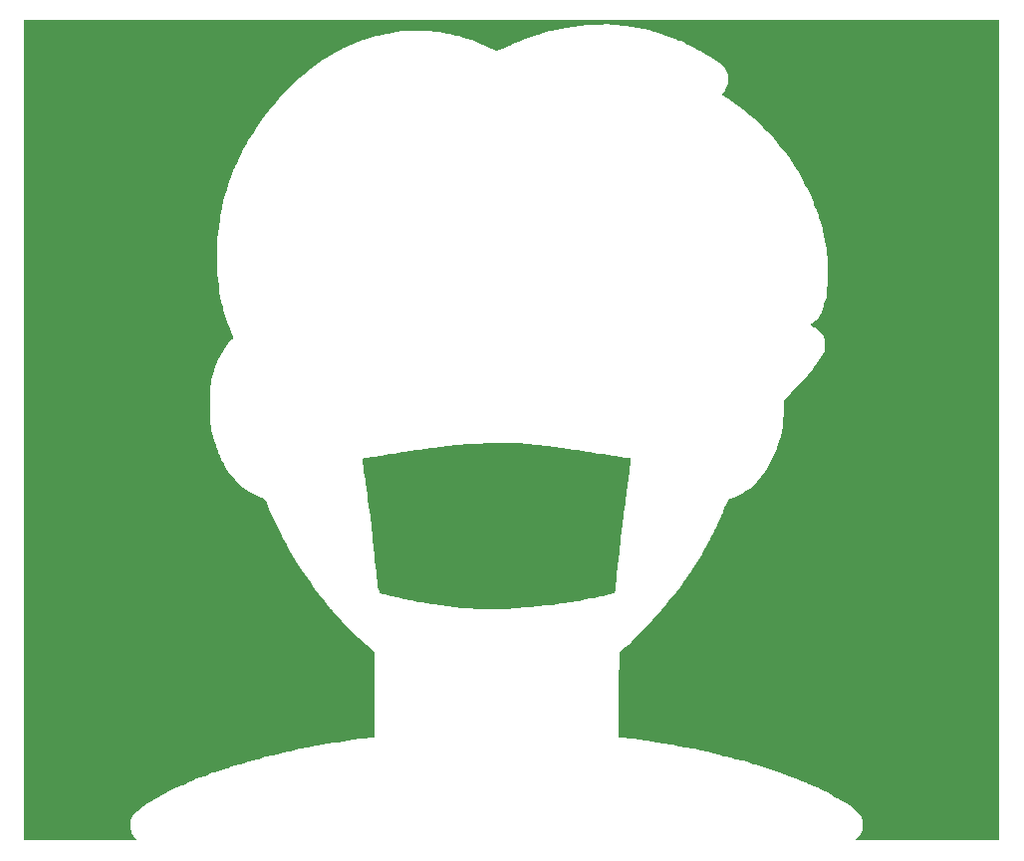
<source format=gts>
G04 #@! TF.GenerationSoftware,KiCad,Pcbnew,6.0.10-86aedd382b~118~ubuntu22.04.1*
G04 #@! TF.CreationDate,2023-01-25T08:31:52-08:00*
G04 #@! TF.ProjectId,covid-dude,636f7669-642d-4647-9564-652e6b696361,rev?*
G04 #@! TF.SameCoordinates,Original*
G04 #@! TF.FileFunction,Soldermask,Top*
G04 #@! TF.FilePolarity,Negative*
%FSLAX46Y46*%
G04 Gerber Fmt 4.6, Leading zero omitted, Abs format (unit mm)*
G04 Created by KiCad (PCBNEW 6.0.10-86aedd382b~118~ubuntu22.04.1) date 2023-01-25 08:31:52*
%MOMM*%
%LPD*%
G01*
G04 APERTURE LIST*
G04 APERTURE END LIST*
G04 #@! TO.C,G\u002A\u002A\u002A*
G36*
X141465924Y-134882667D02*
G01*
X129169959Y-134882667D01*
X129431187Y-134632923D01*
X129664181Y-134336049D01*
X129811222Y-133988171D01*
X129871297Y-133612862D01*
X129843392Y-133233692D01*
X129726491Y-132874233D01*
X129520412Y-132559001D01*
X129327726Y-132367675D01*
X129069543Y-132149980D01*
X128774134Y-131926167D01*
X128469770Y-131716488D01*
X128184723Y-131541197D01*
X127947263Y-131420546D01*
X127910475Y-131405705D01*
X127729292Y-131322784D01*
X127503611Y-131200322D01*
X127281101Y-131064251D01*
X127273040Y-131058957D01*
X126883999Y-130825304D01*
X126443616Y-130597436D01*
X126003678Y-130400961D01*
X125743233Y-130302474D01*
X125528098Y-130219149D01*
X125321748Y-130124400D01*
X125234102Y-130077049D01*
X125008168Y-129958319D01*
X124694366Y-129815244D01*
X124313234Y-129655783D01*
X123885314Y-129487894D01*
X123431144Y-129319536D01*
X122971266Y-129158668D01*
X122526218Y-129013250D01*
X122345211Y-128957658D01*
X121931934Y-128827396D01*
X121547512Y-128694719D01*
X121225683Y-128571495D01*
X121120403Y-128526789D01*
X120971749Y-128472278D01*
X120855649Y-128448073D01*
X120851589Y-128448000D01*
X120760354Y-128430016D01*
X120592224Y-128381866D01*
X120376526Y-128312251D01*
X120266152Y-128274276D01*
X120006481Y-128188957D01*
X119749092Y-128114135D01*
X119538606Y-128062508D01*
X119488418Y-128052956D01*
X119298227Y-128013449D01*
X119047598Y-127951381D01*
X118783842Y-127878633D01*
X118724721Y-127861167D01*
X118494470Y-127795767D01*
X118295105Y-127745708D01*
X118158999Y-127718879D01*
X118130735Y-127716417D01*
X118021860Y-127700476D01*
X117842944Y-127659114D01*
X117631767Y-127601110D01*
X117621603Y-127598098D01*
X117232604Y-127483903D01*
X116933098Y-127399672D01*
X116704947Y-127340575D01*
X116530013Y-127301783D01*
X116461915Y-127289342D01*
X116299415Y-127259385D01*
X116079824Y-127215694D01*
X115896213Y-127177375D01*
X115531390Y-127100356D01*
X115250466Y-127043796D01*
X115027067Y-127002900D01*
X114834818Y-126972875D01*
X114647345Y-126948929D01*
X114625128Y-126946375D01*
X114405034Y-126911745D01*
X114201457Y-126864007D01*
X114103671Y-126831284D01*
X113920427Y-126779948D01*
X113713659Y-126755097D01*
X113688075Y-126754667D01*
X113512464Y-126741075D01*
X113371104Y-126707449D01*
X113350064Y-126697960D01*
X113253983Y-126669420D01*
X113071807Y-126634066D01*
X112830004Y-126596471D01*
X112565414Y-126562407D01*
X112295396Y-126528145D01*
X112063564Y-126493357D01*
X111894813Y-126462140D01*
X111814432Y-126438839D01*
X111725485Y-126412124D01*
X111557779Y-126382956D01*
X111345395Y-126357116D01*
X111315830Y-126354261D01*
X111030923Y-126323823D01*
X110720476Y-126284941D01*
X110493764Y-126252385D01*
X110238011Y-126217951D01*
X109930956Y-126184686D01*
X109634306Y-126159197D01*
X109602784Y-126157004D01*
X109107795Y-126123644D01*
X109107925Y-123800378D01*
X109108953Y-123231850D01*
X109111822Y-122641418D01*
X109116298Y-122051663D01*
X109122150Y-121485167D01*
X109129145Y-120964511D01*
X109137051Y-120512277D01*
X109145363Y-120160597D01*
X109182671Y-118844083D01*
X109661701Y-118439041D01*
X109906121Y-118225717D01*
X110163034Y-117990637D01*
X110392530Y-117770727D01*
X110486957Y-117675485D01*
X110691189Y-117464145D01*
X110909049Y-117238923D01*
X111097147Y-117044673D01*
X111116035Y-117025185D01*
X111567804Y-116556849D01*
X111947650Y-116157769D01*
X112264495Y-115818226D01*
X112527263Y-115528502D01*
X112744876Y-115278879D01*
X112926256Y-115059639D01*
X112962418Y-115014222D01*
X113153980Y-114774108D01*
X113353616Y-114527561D01*
X113530642Y-114312336D01*
X113604699Y-114224000D01*
X113779207Y-114011541D01*
X113974490Y-113764068D01*
X114132436Y-113556279D01*
X114303397Y-113325565D01*
X114488554Y-113075791D01*
X114634537Y-112878946D01*
X114818608Y-112623062D01*
X115040532Y-112302709D01*
X115279034Y-111949666D01*
X115512843Y-111595714D01*
X115720684Y-111272630D01*
X115856932Y-111052833D01*
X116004789Y-110808292D01*
X116171092Y-110533796D01*
X116295200Y-110329334D01*
X116406926Y-110134830D01*
X116549089Y-109871808D01*
X116703916Y-109573877D01*
X116853635Y-109274647D01*
X116862310Y-109256889D01*
X116992985Y-108990115D01*
X117110532Y-108752250D01*
X117203830Y-108565649D01*
X117261759Y-108452666D01*
X117269467Y-108438445D01*
X117353044Y-108280757D01*
X117464320Y-108060049D01*
X117589745Y-107804468D01*
X117715768Y-107542165D01*
X117828840Y-107301287D01*
X117915410Y-107109984D01*
X117957011Y-107010138D01*
X118014303Y-106856634D01*
X118095134Y-106639321D01*
X118183852Y-106400289D01*
X118201118Y-106353706D01*
X118293873Y-106120050D01*
X118371982Y-105970899D01*
X118450934Y-105881945D01*
X118531753Y-105834871D01*
X118654965Y-105781944D01*
X118849919Y-105698401D01*
X119084353Y-105598062D01*
X119217947Y-105540930D01*
X119604668Y-105361141D01*
X119947713Y-105166257D01*
X120263274Y-104942082D01*
X120567545Y-104674421D01*
X120876717Y-104349079D01*
X121206983Y-103951862D01*
X121561095Y-103486783D01*
X121707892Y-103263084D01*
X121879682Y-102961946D01*
X122062437Y-102611890D01*
X122242130Y-102241439D01*
X122404733Y-101879116D01*
X122536219Y-101553442D01*
X122595816Y-101382889D01*
X122654190Y-101201208D01*
X122733944Y-100953980D01*
X122821572Y-100683047D01*
X122860007Y-100564445D01*
X122963686Y-100175768D01*
X123041730Y-99722738D01*
X123095455Y-99193103D01*
X123126175Y-98574614D01*
X123135092Y-98001992D01*
X123137193Y-97386873D01*
X123717037Y-96816659D01*
X124023618Y-96511017D01*
X124332758Y-96195318D01*
X124632528Y-95882441D01*
X124911002Y-95585262D01*
X125156252Y-95316659D01*
X125356350Y-95089509D01*
X125499370Y-94916689D01*
X125571580Y-94814427D01*
X125669765Y-94655875D01*
X125785165Y-94493809D01*
X125786447Y-94492158D01*
X125965096Y-94255584D01*
X126146246Y-94004102D01*
X126314700Y-93760070D01*
X126455262Y-93545846D01*
X126552736Y-93383791D01*
X126586673Y-93314745D01*
X126614966Y-93184261D01*
X126635412Y-92982474D01*
X126643946Y-92750909D01*
X126643990Y-92729103D01*
X126633611Y-92455834D01*
X126596579Y-92242636D01*
X126522830Y-92037911D01*
X126498821Y-91984889D01*
X126373472Y-91743904D01*
X126239735Y-91563505D01*
X126068386Y-91414555D01*
X125830202Y-91267919D01*
X125720813Y-91209219D01*
X125333718Y-91006259D01*
X125548592Y-90901975D01*
X125870970Y-90683395D01*
X126139654Y-90369221D01*
X126350235Y-89965473D01*
X126450286Y-89670667D01*
X126507926Y-89473205D01*
X126564410Y-89290491D01*
X126578531Y-89247334D01*
X126648672Y-89038444D01*
X126705043Y-88864758D01*
X126749151Y-88710890D01*
X126782505Y-88561453D01*
X126806614Y-88401060D01*
X126822986Y-88214325D01*
X126833130Y-87985862D01*
X126838555Y-87700283D01*
X126840769Y-87342202D01*
X126841281Y-86896233D01*
X126841406Y-86566222D01*
X126841083Y-86039379D01*
X126839028Y-85612229D01*
X126834658Y-85271583D01*
X126827387Y-85004251D01*
X126816633Y-84797043D01*
X126801811Y-84636768D01*
X126782337Y-84510239D01*
X126757626Y-84404264D01*
X126743541Y-84356202D01*
X126688298Y-84148377D01*
X126652363Y-83956110D01*
X126644543Y-83863455D01*
X126623791Y-83692161D01*
X126572968Y-83500921D01*
X126564344Y-83477031D01*
X126507856Y-83285701D01*
X126461808Y-83059522D01*
X126450917Y-82982000D01*
X126413136Y-82780411D01*
X126347065Y-82530861D01*
X126273028Y-82304667D01*
X126193037Y-82078343D01*
X126122554Y-81865265D01*
X126076961Y-81712000D01*
X126026499Y-81545446D01*
X125953084Y-81333431D01*
X125904428Y-81204000D01*
X125814026Y-80968799D01*
X125720667Y-80720621D01*
X125680374Y-80611334D01*
X125605449Y-80430651D01*
X125485718Y-80171157D01*
X125331405Y-79852676D01*
X125152735Y-79495033D01*
X124959930Y-79118054D01*
X124763215Y-78741563D01*
X124572813Y-78385384D01*
X124398948Y-78069343D01*
X124251843Y-77813265D01*
X124163145Y-77669272D01*
X123893168Y-77260865D01*
X123638086Y-76892676D01*
X123371562Y-76528113D01*
X123067260Y-76130582D01*
X122925256Y-75949308D01*
X122757144Y-75734905D01*
X122576647Y-75503357D01*
X122466440Y-75361180D01*
X122276136Y-75133265D01*
X122019354Y-74852615D01*
X121712024Y-74534377D01*
X121370079Y-74193697D01*
X121009450Y-73845723D01*
X120646068Y-73505602D01*
X120295865Y-73188482D01*
X119974772Y-72909510D01*
X119698721Y-72683832D01*
X119488418Y-72529750D01*
X119317674Y-72414492D01*
X119161616Y-72305823D01*
X119120712Y-72276378D01*
X118979750Y-72177857D01*
X118744287Y-72019273D01*
X118415235Y-71801237D01*
X118003721Y-71531040D01*
X117820137Y-71410889D01*
X117963294Y-71305949D01*
X118137528Y-71115292D01*
X118280206Y-70827251D01*
X118383294Y-70462896D01*
X118422705Y-70075271D01*
X118367206Y-69712254D01*
X118233029Y-69378889D01*
X118059473Y-69084112D01*
X117876088Y-68877861D01*
X117678173Y-68744469D01*
X117553775Y-68669834D01*
X117373287Y-68548856D01*
X117170170Y-68404186D01*
X117112472Y-68361527D01*
X116861332Y-68188244D01*
X116574441Y-68011274D01*
X116311430Y-67867286D01*
X116297261Y-67860275D01*
X116044001Y-67730927D01*
X115779101Y-67587692D01*
X115558910Y-67461057D01*
X115554449Y-67458358D01*
X115383731Y-67358730D01*
X115250630Y-67288128D01*
X115185363Y-67262222D01*
X115116444Y-67237894D01*
X114975767Y-67173570D01*
X114791477Y-67082237D01*
X114757270Y-67064667D01*
X114563628Y-66969378D01*
X114403679Y-66899200D01*
X114308018Y-66867403D01*
X114301032Y-66866764D01*
X114203373Y-66841102D01*
X114066663Y-66779319D01*
X114057683Y-66774510D01*
X113916626Y-66709518D01*
X113692266Y-66619338D01*
X113409133Y-66512952D01*
X113091756Y-66399341D01*
X112764666Y-66287486D01*
X112452392Y-66186369D01*
X112445434Y-66184196D01*
X112185826Y-66102641D01*
X111906183Y-66013973D01*
X111738307Y-65960272D01*
X111529707Y-65901402D01*
X111340269Y-65861765D01*
X111237882Y-65851100D01*
X111088839Y-65835649D01*
X110890618Y-65796334D01*
X110785321Y-65769348D01*
X110597301Y-65726732D01*
X110339877Y-65681604D01*
X110056365Y-65641203D01*
X109928062Y-65626084D01*
X109629210Y-65592687D01*
X109318732Y-65556513D01*
X109048668Y-65523669D01*
X108966369Y-65513191D01*
X108567595Y-65478410D01*
X108088856Y-65464325D01*
X107550627Y-65469277D01*
X106973384Y-65491612D01*
X106377602Y-65529672D01*
X105783754Y-65581800D01*
X105212318Y-65646341D01*
X104683766Y-65721638D01*
X104218574Y-65806035D01*
X103837217Y-65897874D01*
X103705345Y-65938820D01*
X103511586Y-65991438D01*
X103277363Y-66037468D01*
X103167928Y-66053173D01*
X102950735Y-66094798D01*
X102689733Y-66166638D01*
X102460801Y-66245954D01*
X102197022Y-66342862D01*
X101909512Y-66438577D01*
X101697104Y-66501968D01*
X101419180Y-66587991D01*
X101102119Y-66701436D01*
X100786789Y-66826403D01*
X100514058Y-66946994D01*
X100383377Y-67013083D01*
X100276497Y-67065759D01*
X100089243Y-67152215D01*
X99845235Y-67261761D01*
X99568093Y-67383709D01*
X99475987Y-67423727D01*
X98722635Y-67749986D01*
X97954305Y-67379104D01*
X97615368Y-67216020D01*
X97356037Y-67092989D01*
X97154371Y-67000287D01*
X96988429Y-66928189D01*
X96836269Y-66866973D01*
X96675949Y-66806913D01*
X96605790Y-66781457D01*
X96248412Y-66656541D01*
X95962484Y-66566926D01*
X95715616Y-66503084D01*
X95530957Y-66465348D01*
X95287419Y-66415268D01*
X95032588Y-66354715D01*
X94936971Y-66329265D01*
X94770555Y-66289774D01*
X94524913Y-66240309D01*
X94232783Y-66187111D01*
X93926905Y-66136423D01*
X93918708Y-66135139D01*
X93535069Y-66087821D01*
X93079930Y-66052144D01*
X92578781Y-66028319D01*
X92057108Y-66016559D01*
X91540400Y-66017074D01*
X91054146Y-66030077D01*
X90623833Y-66055779D01*
X90274950Y-66094393D01*
X90213363Y-66104345D01*
X89810901Y-66176267D01*
X89508020Y-66235402D01*
X89292233Y-66284491D01*
X89151055Y-66326276D01*
X89095293Y-66349830D01*
X88985631Y-66384112D01*
X88809726Y-66418049D01*
X88681035Y-66435464D01*
X88463573Y-66473154D01*
X88198458Y-66537823D01*
X87945623Y-66614650D01*
X87710053Y-66692997D01*
X87485477Y-66763583D01*
X87318174Y-66811891D01*
X87310218Y-66813957D01*
X87139012Y-66870797D01*
X86924195Y-66959175D01*
X86772801Y-67030248D01*
X86578388Y-67123014D01*
X86404297Y-67198421D01*
X86310022Y-67233007D01*
X86174628Y-67284011D01*
X85971813Y-67373685D01*
X85723054Y-67491131D01*
X85449830Y-67625455D01*
X85173620Y-67765761D01*
X84915901Y-67901152D01*
X84698153Y-68020734D01*
X84541854Y-68113610D01*
X84470930Y-68165953D01*
X84370193Y-68250403D01*
X84298694Y-68278222D01*
X84219739Y-68309852D01*
X84082147Y-68392535D01*
X83925613Y-68501257D01*
X83580922Y-68758052D01*
X83234850Y-69020900D01*
X82908730Y-69273234D01*
X82623900Y-69498487D01*
X82401695Y-69680091D01*
X82341055Y-69731667D01*
X82191302Y-69855118D01*
X82073069Y-69941706D01*
X82015348Y-69971556D01*
X81960762Y-70009644D01*
X81841632Y-70114510D01*
X81672348Y-70272056D01*
X81467303Y-70468186D01*
X81240887Y-70688803D01*
X81007491Y-70919808D01*
X80781507Y-71147105D01*
X80577326Y-71356597D01*
X80409339Y-71534187D01*
X80325119Y-71627260D01*
X80182480Y-71800250D01*
X80060437Y-71966809D01*
X80000011Y-72064705D01*
X79929296Y-72177460D01*
X79872743Y-72229004D01*
X79869723Y-72229334D01*
X79815621Y-72270990D01*
X79707440Y-72384148D01*
X79560419Y-72551093D01*
X79389800Y-72754109D01*
X79210824Y-72975479D01*
X79052837Y-73178869D01*
X78953424Y-73316426D01*
X78810293Y-73522825D01*
X78640950Y-73771978D01*
X78462907Y-74037796D01*
X78293670Y-74294192D01*
X78150750Y-74515076D01*
X78074709Y-74636277D01*
X77990449Y-74769267D01*
X77867241Y-74958523D01*
X77729416Y-75166729D01*
X77706686Y-75200721D01*
X77614060Y-75350908D01*
X77493222Y-75563902D01*
X77354146Y-75820166D01*
X77206805Y-76100165D01*
X77061174Y-76384362D01*
X76927225Y-76653219D01*
X76814934Y-76887202D01*
X76734273Y-77066773D01*
X76695217Y-77172396D01*
X76693095Y-77186120D01*
X76669383Y-77252688D01*
X76605763Y-77395220D01*
X76513506Y-77589005D01*
X76456709Y-77704332D01*
X76340637Y-77953347D01*
X76237466Y-78202972D01*
X76164496Y-78410424D01*
X76149619Y-78463831D01*
X76094523Y-78663234D01*
X76017302Y-78915116D01*
X75934416Y-79165840D01*
X75932285Y-79172000D01*
X75785488Y-79598107D01*
X75670879Y-79938014D01*
X75582608Y-80211838D01*
X75514824Y-80439696D01*
X75461677Y-80641706D01*
X75417315Y-80837985D01*
X75375887Y-81048649D01*
X75357720Y-81147556D01*
X75311547Y-81419668D01*
X75259940Y-81750853D01*
X75211010Y-82088104D01*
X75189323Y-82248222D01*
X75149223Y-82539925D01*
X75106724Y-82826317D01*
X75067956Y-83067075D01*
X75047745Y-83179556D01*
X75022211Y-83372428D01*
X75000079Y-83656721D01*
X74981712Y-84011008D01*
X74967472Y-84413862D01*
X74957723Y-84843854D01*
X74952826Y-85279559D01*
X74953143Y-85699550D01*
X74959039Y-86082397D01*
X74970875Y-86406676D01*
X74989006Y-86650889D01*
X75051437Y-87218454D01*
X75104401Y-87682636D01*
X75149089Y-88052439D01*
X75186694Y-88336865D01*
X75218407Y-88544919D01*
X75245421Y-88685604D01*
X75268928Y-88767924D01*
X75269479Y-88769307D01*
X75305229Y-88883048D01*
X75355888Y-89075915D01*
X75413460Y-89316479D01*
X75448535Y-89473111D01*
X75511092Y-89745050D01*
X75576730Y-90005617D01*
X75635293Y-90215441D01*
X75659624Y-90291556D01*
X75728089Y-90482615D01*
X75821476Y-90734728D01*
X75929664Y-91021497D01*
X76042532Y-91316524D01*
X76149960Y-91593410D01*
X76241825Y-91825758D01*
X76308006Y-91987170D01*
X76322324Y-92020013D01*
X76369314Y-92142697D01*
X76354338Y-92210268D01*
X76266527Y-92268332D01*
X76262644Y-92270409D01*
X76114218Y-92385760D01*
X75933791Y-92583079D01*
X75738118Y-92842465D01*
X75586792Y-93073275D01*
X75462013Y-93273309D01*
X75314080Y-93507340D01*
X75212729Y-93665942D01*
X75095777Y-93881829D01*
X74965230Y-94178565D01*
X74831935Y-94526776D01*
X74706738Y-94897086D01*
X74600483Y-95260122D01*
X74551707Y-95456222D01*
X74496808Y-95721406D01*
X74453919Y-95993276D01*
X74421761Y-96290077D01*
X74399052Y-96630049D01*
X74384514Y-97031436D01*
X74376866Y-97512479D01*
X74374840Y-97977146D01*
X74377195Y-98526173D01*
X74386409Y-98979944D01*
X74404307Y-99355982D01*
X74432712Y-99671808D01*
X74473448Y-99944944D01*
X74528342Y-100192911D01*
X74599215Y-100433232D01*
X74644220Y-100564445D01*
X74721881Y-100796153D01*
X74805216Y-101065911D01*
X74855711Y-101241778D01*
X74905804Y-101417096D01*
X74957453Y-101576682D01*
X75019285Y-101741268D01*
X75099925Y-101931588D01*
X75207999Y-102168378D01*
X75352131Y-102472370D01*
X75466967Y-102711112D01*
X75689629Y-103136951D01*
X75917217Y-103492840D01*
X76166323Y-103808746D01*
X76518553Y-104203732D01*
X76856602Y-104557288D01*
X77163145Y-104851935D01*
X77403247Y-105056585D01*
X77672056Y-105240743D01*
X77999630Y-105427409D01*
X78343000Y-105594615D01*
X78659196Y-105720393D01*
X78766998Y-105753786D01*
X78942212Y-105808931D01*
X79051042Y-105874397D01*
X79126076Y-105981844D01*
X79199901Y-106162931D01*
X79206409Y-106180667D01*
X79411286Y-106702763D01*
X79666246Y-107283925D01*
X79973497Y-107930445D01*
X80132464Y-108256478D01*
X80306731Y-108616507D01*
X80473094Y-108962467D01*
X80586627Y-109200445D01*
X80721534Y-109472765D01*
X80863690Y-109739973D01*
X80993451Y-109966061D01*
X81068180Y-110083174D01*
X81192824Y-110274448D01*
X81302536Y-110461124D01*
X81354710Y-110562951D01*
X81552102Y-110939022D01*
X81824684Y-111368301D01*
X82002723Y-111620590D01*
X82193669Y-111887054D01*
X82423751Y-112215416D01*
X82670355Y-112572983D01*
X82910864Y-112927061D01*
X83042239Y-113123334D01*
X83291677Y-113473384D01*
X83623697Y-113897208D01*
X83788190Y-114097743D01*
X83929718Y-114273517D01*
X84104486Y-114497908D01*
X84279290Y-114728164D01*
X84313691Y-114774334D01*
X84453023Y-114955379D01*
X84570273Y-115095413D01*
X84647740Y-115173838D01*
X84665332Y-115183556D01*
X84716931Y-115224997D01*
X84824299Y-115338431D01*
X84972751Y-115507521D01*
X85147601Y-115715930D01*
X85185441Y-115762111D01*
X85554054Y-116189569D01*
X85997378Y-116662886D01*
X86497058Y-117163727D01*
X87034741Y-117673757D01*
X87592071Y-118174640D01*
X87657435Y-118231556D01*
X88340414Y-118824222D01*
X88346548Y-126123644D01*
X87851559Y-126156418D01*
X87560201Y-126180576D01*
X87251141Y-126213874D01*
X86986096Y-126249579D01*
X86960579Y-126253640D01*
X86694205Y-126295279D01*
X86411794Y-126336805D01*
X86225167Y-126362469D01*
X86004426Y-126397030D01*
X85799535Y-126438470D01*
X85699382Y-126464647D01*
X85560686Y-126494087D01*
X85345551Y-126524449D01*
X85090535Y-126550948D01*
X84963970Y-126560941D01*
X84696288Y-126586094D01*
X84444570Y-126620825D01*
X84248411Y-126659246D01*
X84188641Y-126676230D01*
X84000724Y-126726562D01*
X83825619Y-126752808D01*
X83797622Y-126753845D01*
X83645424Y-126769778D01*
X83445648Y-126809300D01*
X83345061Y-126834998D01*
X83030583Y-126909857D01*
X82611379Y-126988650D01*
X82095731Y-127069860D01*
X81949986Y-127090747D01*
X81753706Y-127125516D01*
X81590617Y-127166797D01*
X81525710Y-127191463D01*
X81398890Y-127237324D01*
X81225524Y-127278365D01*
X81190423Y-127284491D01*
X80935323Y-127331902D01*
X80633515Y-127396915D01*
X80328954Y-127469279D01*
X80065599Y-127538745D01*
X79945879Y-127574696D01*
X79740168Y-127629818D01*
X79509504Y-127675800D01*
X79453041Y-127684292D01*
X79276887Y-127718677D01*
X79035977Y-127779312D01*
X78772390Y-127855284D01*
X78672596Y-127886692D01*
X78433028Y-127959713D01*
X78220832Y-128016393D01*
X78067918Y-128048556D01*
X78023989Y-128052889D01*
X77910817Y-128071969D01*
X77725813Y-128122831D01*
X77502424Y-128195913D01*
X77418465Y-128226034D01*
X77178213Y-128311092D01*
X76953830Y-128384842D01*
X76784294Y-128434633D01*
X76749666Y-128443072D01*
X76623795Y-128476955D01*
X76416974Y-128539194D01*
X76155323Y-128621672D01*
X75864966Y-128716273D01*
X75787973Y-128741860D01*
X75486298Y-128840798D01*
X75198602Y-128932027D01*
X74953838Y-129006573D01*
X74780962Y-129055461D01*
X74756058Y-129061734D01*
X74539999Y-129129169D01*
X74328477Y-129218074D01*
X74275867Y-129245506D01*
X74091728Y-129331021D01*
X73866492Y-129412420D01*
X73761832Y-129442802D01*
X73602818Y-129488505D01*
X73431998Y-129548087D01*
X73229233Y-129629862D01*
X72974381Y-129742147D01*
X72647300Y-129893258D01*
X72478619Y-129972628D01*
X72260739Y-130069726D01*
X72046275Y-130155988D01*
X71916371Y-130201475D01*
X71728031Y-130272397D01*
X71471197Y-130386609D01*
X71174585Y-130529642D01*
X70866909Y-130687027D01*
X70576887Y-130844294D01*
X70333233Y-130986974D01*
X70244098Y-131044081D01*
X70015214Y-131185058D01*
X69760755Y-131324498D01*
X69612069Y-131397022D01*
X69351924Y-131532534D01*
X69042645Y-131720702D01*
X68718690Y-131938104D01*
X68414517Y-132161319D01*
X68164584Y-132366928D01*
X68107326Y-132419769D01*
X67869422Y-132686290D01*
X67718587Y-132960934D01*
X67641748Y-133276089D01*
X67624987Y-133615013D01*
X67635584Y-133881816D01*
X67666454Y-134080767D01*
X67726577Y-134256341D01*
X67775079Y-134358488D01*
X67886383Y-134542792D01*
X68011649Y-134700342D01*
X68078010Y-134761625D01*
X68235857Y-134879090D01*
X63413251Y-134880879D01*
X58590646Y-134882667D01*
X58590646Y-65117334D01*
X141465924Y-65117334D01*
X141465924Y-134882667D01*
G37*
G36*
X100079160Y-101075899D02*
G01*
X100501462Y-101087583D01*
X100842513Y-101107140D01*
X101046548Y-101128760D01*
X101264723Y-101156541D01*
X101562989Y-101189861D01*
X101908652Y-101225297D01*
X102269020Y-101259425D01*
X102432516Y-101273896D01*
X102791833Y-101307525D01*
X103154712Y-101346064D01*
X103487396Y-101385624D01*
X103756128Y-101422317D01*
X103846770Y-101436784D01*
X104122653Y-101484085D01*
X104406495Y-101532836D01*
X104642286Y-101573416D01*
X104667037Y-101577684D01*
X104921328Y-101611538D01*
X105192847Y-101632845D01*
X105322746Y-101636562D01*
X105566342Y-101653430D01*
X105818901Y-101695737D01*
X105916733Y-101720945D01*
X106132961Y-101772388D01*
X106349935Y-101802815D01*
X106420712Y-101806222D01*
X106621864Y-101824666D01*
X106845669Y-101869142D01*
X106905468Y-101885727D01*
X107092768Y-101929664D01*
X107341097Y-101971243D01*
X107598518Y-102001844D01*
X107612595Y-102003097D01*
X107873233Y-102033189D01*
X108131858Y-102075122D01*
X108334080Y-102120027D01*
X108340223Y-102121758D01*
X108574624Y-102171204D01*
X108825151Y-102199070D01*
X108899361Y-102201334D01*
X109116037Y-102212978D01*
X109324580Y-102242187D01*
X109384082Y-102255658D01*
X109572656Y-102297335D01*
X109793916Y-102335119D01*
X109858238Y-102343916D01*
X110127835Y-102377850D01*
X110093765Y-102924592D01*
X110069762Y-103202529D01*
X110034929Y-103475224D01*
X109995377Y-103697787D01*
X109979736Y-103762243D01*
X109930998Y-103998802D01*
X109902677Y-104250902D01*
X109899777Y-104337124D01*
X109888873Y-104535612D01*
X109861306Y-104709422D01*
X109845253Y-104764185D01*
X109820152Y-104873023D01*
X109790525Y-105068214D01*
X109759828Y-105323500D01*
X109731519Y-105612627D01*
X109727728Y-105656859D01*
X109697232Y-105969827D01*
X109660302Y-106273285D01*
X109621519Y-106533270D01*
X109585465Y-106715819D01*
X109584256Y-106720592D01*
X109537743Y-106945770D01*
X109508681Y-107170357D01*
X109503786Y-107270115D01*
X109489695Y-107487073D01*
X109455081Y-107714120D01*
X109448091Y-107746190D01*
X109425352Y-107880056D01*
X109396578Y-108103189D01*
X109364384Y-108392300D01*
X109331383Y-108724097D01*
X109303900Y-109031111D01*
X109259919Y-109529578D01*
X109214577Y-110006235D01*
X109169575Y-110445693D01*
X109126614Y-110832563D01*
X109087395Y-111151455D01*
X109053620Y-111386982D01*
X109029356Y-111514667D01*
X109012881Y-111620513D01*
X108991729Y-111814431D01*
X108968262Y-112071820D01*
X108944840Y-112368081D01*
X108937242Y-112474222D01*
X108911043Y-112793897D01*
X108879041Y-113098307D01*
X108844857Y-113357516D01*
X108812109Y-113541584D01*
X108804405Y-113572968D01*
X108728546Y-113853270D01*
X108253471Y-113949987D01*
X107984570Y-114008081D01*
X107712707Y-114072274D01*
X107491212Y-114129899D01*
X107467260Y-114136720D01*
X107238960Y-114193376D01*
X106965748Y-114248068D01*
X106760133Y-114281147D01*
X106563771Y-114309371D01*
X106383225Y-114338992D01*
X106192588Y-114375195D01*
X105965952Y-114423164D01*
X105677412Y-114488085D01*
X105362069Y-114560948D01*
X105089114Y-114615156D01*
X104810022Y-114655524D01*
X104576706Y-114674845D01*
X104536650Y-114675556D01*
X104294720Y-114690432D01*
X104048422Y-114728344D01*
X103937363Y-114755675D01*
X103768118Y-114792631D01*
X103523062Y-114828797D01*
X103239450Y-114859251D01*
X103037392Y-114874568D01*
X102730735Y-114898623D01*
X102418767Y-114931927D01*
X102146734Y-114969263D01*
X102018684Y-114992004D01*
X101767963Y-115030395D01*
X101465264Y-115058502D01*
X101171648Y-115070825D01*
X101141847Y-115070982D01*
X100889454Y-115077098D01*
X100656089Y-115093058D01*
X100483239Y-115115756D01*
X100452561Y-115122576D01*
X100314605Y-115143264D01*
X100081633Y-115161400D01*
X99771749Y-115176684D01*
X99403054Y-115188814D01*
X98993650Y-115197487D01*
X98561641Y-115202403D01*
X98125128Y-115203261D01*
X97702214Y-115199758D01*
X97311001Y-115191594D01*
X97001781Y-115180050D01*
X96505450Y-115153899D01*
X96055223Y-115125435D01*
X95663316Y-115095730D01*
X95341949Y-115065858D01*
X95103341Y-115036891D01*
X94959711Y-115009903D01*
X94928017Y-114997921D01*
X94848885Y-114978132D01*
X94681125Y-114953760D01*
X94448995Y-114927836D01*
X94176749Y-114903396D01*
X94164324Y-114902410D01*
X93255374Y-114802202D01*
X92389012Y-114650708D01*
X92080178Y-114581096D01*
X91833682Y-114524909D01*
X91581255Y-114472373D01*
X91429621Y-114444060D01*
X90896124Y-114342753D01*
X90285691Y-114209225D01*
X89789086Y-114090265D01*
X89523553Y-114025191D01*
X89274514Y-113965520D01*
X89078283Y-113919892D01*
X89004281Y-113903542D01*
X88878175Y-113869098D01*
X88799573Y-113812836D01*
X88742105Y-113704507D01*
X88687458Y-113540080D01*
X88645038Y-113354868D01*
X88604245Y-113093400D01*
X88570051Y-112792260D01*
X88549401Y-112524080D01*
X88528538Y-112226879D01*
X88502218Y-111945533D01*
X88473931Y-111713217D01*
X88449125Y-111571111D01*
X88418121Y-111401403D01*
X88385259Y-111159490D01*
X88355733Y-110885837D01*
X88344077Y-110752667D01*
X88316384Y-110432459D01*
X88282634Y-110080065D01*
X88248957Y-109758700D01*
X88240067Y-109680222D01*
X88210498Y-109409618D01*
X88176471Y-109074013D01*
X88142695Y-108720924D01*
X88119791Y-108466667D01*
X88072289Y-107946627D01*
X88028539Y-107525710D01*
X87986841Y-107190284D01*
X87945497Y-106926713D01*
X87902806Y-106721363D01*
X87901715Y-106716889D01*
X87869305Y-106548511D01*
X87828758Y-106278302D01*
X87781409Y-105916924D01*
X87728589Y-105475039D01*
X87671633Y-104963308D01*
X87615475Y-104427747D01*
X87590091Y-104221055D01*
X87562040Y-104056605D01*
X87537241Y-103968876D01*
X87536448Y-103967527D01*
X87518981Y-103897016D01*
X87493456Y-103742214D01*
X87462920Y-103528051D01*
X87430424Y-103279460D01*
X87399017Y-103021373D01*
X87371746Y-102778722D01*
X87351661Y-102576439D01*
X87341812Y-102439457D01*
X87343884Y-102392855D01*
X87404785Y-102377593D01*
X87553535Y-102351688D01*
X87765748Y-102318743D01*
X88017036Y-102282358D01*
X88283013Y-102246133D01*
X88539293Y-102213671D01*
X88629398Y-102203032D01*
X88857440Y-102171809D01*
X89057886Y-102135660D01*
X89189621Y-102102069D01*
X89195100Y-102100047D01*
X89316837Y-102069846D01*
X89514098Y-102037873D01*
X89749519Y-102009936D01*
X89813008Y-102003994D01*
X90058030Y-101977766D01*
X90280319Y-101945819D01*
X90439559Y-101914141D01*
X90463565Y-101907354D01*
X90613516Y-101871009D01*
X90824708Y-101832612D01*
X91005345Y-101806572D01*
X91277479Y-101770067D01*
X91576380Y-101726430D01*
X91740757Y-101700691D01*
X91962358Y-101668060D01*
X92249653Y-101630490D01*
X92555725Y-101593974D01*
X92702450Y-101577846D01*
X93141490Y-101528635D01*
X93491611Y-101482886D01*
X93776812Y-101436981D01*
X94021089Y-101387301D01*
X94116703Y-101364576D01*
X94347713Y-101321472D01*
X94676904Y-101280134D01*
X95089322Y-101241073D01*
X95570016Y-101204797D01*
X96104032Y-101171814D01*
X96676419Y-101142634D01*
X97272222Y-101117765D01*
X97876491Y-101097717D01*
X98474272Y-101082997D01*
X99050612Y-101074115D01*
X99590559Y-101071579D01*
X100079160Y-101075899D01*
G37*
G04 #@! TD*
M02*

</source>
